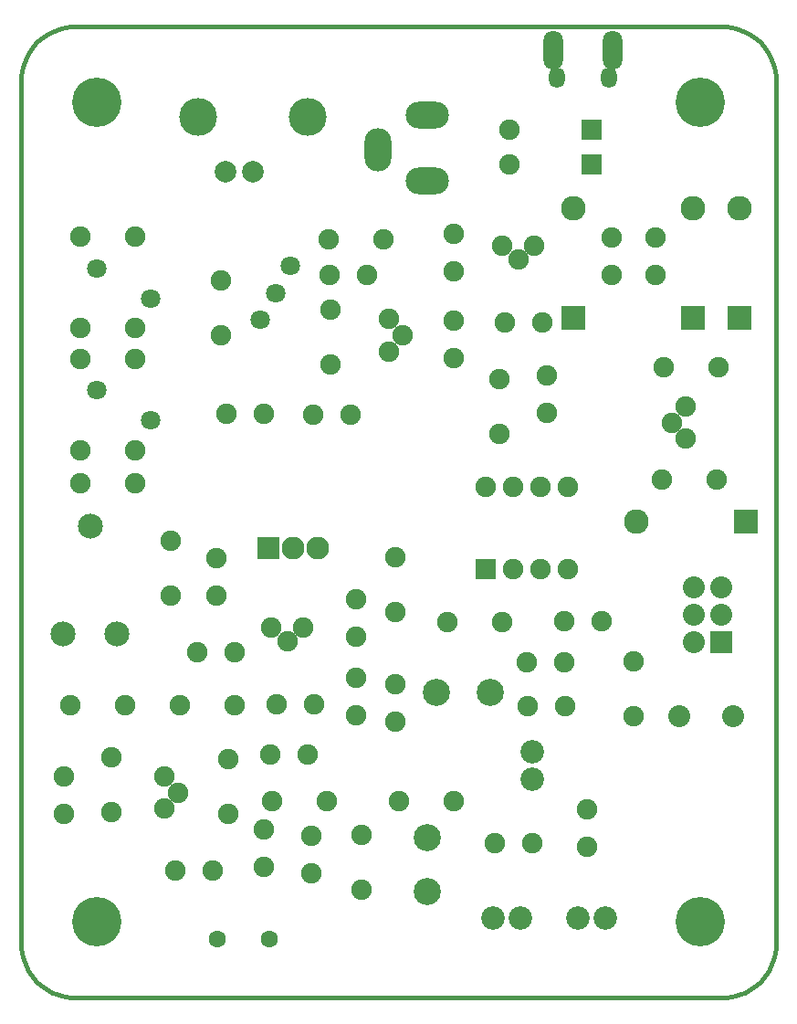
<source format=gbs>
G04 (created by PCBNEW-RS274X (2011-nov-30)-testing) date Thu 02 Feb 2012 12:30:29 PM PST*
G01*
G70*
G90*
%MOIN*%
G04 Gerber Fmt 3.4, Leading zero omitted, Abs format*
%FSLAX34Y34*%
G04 APERTURE LIST*
%ADD10C,0.006000*%
%ADD11C,0.015000*%
%ADD12C,0.075000*%
%ADD13R,0.075000X0.075000*%
%ADD14C,0.090000*%
%ADD15R,0.090000X0.090000*%
%ADD16R,0.080000X0.080000*%
%ADD17C,0.080000*%
%ADD18C,0.180000*%
%ADD19C,0.138100*%
%ADD20C,0.079100*%
%ADD21C,0.071200*%
%ADD22C,0.075100*%
%ADD23C,0.083000*%
%ADD24R,0.083000X0.083000*%
%ADD25C,0.090900*%
%ADD26C,0.063300*%
%ADD27C,0.098700*%
%ADD28C,0.086000*%
%ADD29O,0.071200X0.144000*%
%ADD30O,0.059400X0.075100*%
%ADD31O,0.157800X0.098700*%
%ADD32O,0.098700X0.157800*%
G04 APERTURE END LIST*
G54D10*
G54D11*
X45276Y-55118D02*
X45447Y-55110D01*
X45617Y-55088D01*
X45785Y-55050D01*
X45949Y-54999D01*
X46107Y-54933D01*
X46260Y-54854D01*
X46404Y-54762D01*
X46541Y-54657D01*
X46667Y-54541D01*
X46783Y-54415D01*
X46888Y-54278D01*
X46980Y-54133D01*
X47059Y-53981D01*
X47125Y-53823D01*
X47176Y-53659D01*
X47214Y-53491D01*
X47236Y-53321D01*
X47244Y-53150D01*
X19686Y-53150D02*
X19694Y-53321D01*
X19716Y-53491D01*
X19754Y-53659D01*
X19805Y-53823D01*
X19871Y-53981D01*
X19950Y-54133D01*
X20042Y-54278D01*
X20147Y-54415D01*
X20263Y-54541D01*
X20389Y-54657D01*
X20526Y-54762D01*
X20671Y-54854D01*
X20823Y-54933D01*
X20981Y-54999D01*
X21145Y-55050D01*
X21313Y-55088D01*
X21483Y-55110D01*
X21654Y-55118D01*
X21654Y-19685D02*
X21483Y-19693D01*
X21313Y-19715D01*
X21145Y-19753D01*
X20981Y-19804D01*
X20822Y-19870D01*
X20670Y-19949D01*
X20525Y-20042D01*
X20389Y-20146D01*
X20262Y-20262D01*
X20146Y-20389D01*
X20042Y-20525D01*
X19949Y-20670D01*
X19870Y-20822D01*
X19804Y-20981D01*
X19753Y-21145D01*
X19715Y-21313D01*
X19693Y-21483D01*
X19685Y-21654D01*
X47245Y-21654D02*
X47237Y-21483D01*
X47215Y-21313D01*
X47177Y-21145D01*
X47126Y-20981D01*
X47060Y-20822D01*
X46981Y-20670D01*
X46888Y-20525D01*
X46784Y-20389D01*
X46668Y-20262D01*
X46541Y-20146D01*
X46405Y-20042D01*
X46260Y-19949D01*
X46108Y-19870D01*
X45949Y-19804D01*
X45785Y-19753D01*
X45617Y-19715D01*
X45447Y-19693D01*
X45276Y-19685D01*
X21654Y-19685D02*
X45276Y-19685D01*
X47244Y-53150D02*
X47244Y-21654D01*
X21654Y-55118D02*
X45276Y-55118D01*
X19685Y-21654D02*
X19685Y-53150D01*
G54D12*
X37353Y-30473D03*
X38720Y-30473D03*
X35472Y-27236D03*
X35472Y-28603D03*
X35472Y-30425D03*
X35472Y-31792D03*
X31929Y-44812D03*
X31929Y-43445D03*
X29007Y-44409D03*
X30374Y-44409D03*
X31929Y-40582D03*
X31929Y-41949D03*
X33347Y-43693D03*
X33347Y-45060D03*
X25306Y-50472D03*
X26673Y-50472D03*
X40354Y-48259D03*
X40354Y-49626D03*
X32331Y-28741D03*
X30964Y-28741D03*
X26133Y-42520D03*
X27500Y-42520D03*
X26811Y-39086D03*
X26811Y-40453D03*
X30346Y-33858D03*
X31713Y-33858D03*
X27196Y-33819D03*
X28563Y-33819D03*
X30166Y-46260D03*
X28799Y-46260D03*
X21260Y-47039D03*
X21260Y-48406D03*
X30276Y-49204D03*
X30276Y-50571D03*
X38355Y-49488D03*
X36988Y-49488D03*
X40875Y-41378D03*
X39508Y-41378D03*
X38141Y-42874D03*
X39508Y-42874D03*
X39536Y-44488D03*
X38169Y-44488D03*
X41260Y-27393D03*
X41260Y-28760D03*
X42835Y-27393D03*
X42835Y-28760D03*
X28543Y-50363D03*
X28543Y-48996D03*
X38898Y-33788D03*
X38898Y-32421D03*
G54D13*
X36650Y-39492D03*
G54D12*
X37650Y-39492D03*
X38650Y-39492D03*
X39650Y-39492D03*
X39650Y-36492D03*
X38650Y-36492D03*
X37650Y-36492D03*
X36650Y-36492D03*
G54D14*
X42134Y-37756D03*
G54D15*
X46134Y-37756D03*
G54D14*
X45905Y-26306D03*
G54D15*
X45905Y-30306D03*
G54D14*
X44212Y-26306D03*
G54D15*
X44212Y-30306D03*
G54D14*
X39843Y-26307D03*
G54D15*
X39843Y-30307D03*
G54D13*
X40516Y-23465D03*
G54D12*
X37516Y-23465D03*
G54D13*
X40516Y-24724D03*
G54D12*
X37516Y-24724D03*
X23835Y-30669D03*
X21835Y-30669D03*
X43095Y-36220D03*
X45095Y-36220D03*
X43134Y-32126D03*
X45134Y-32126D03*
X37165Y-34543D03*
X37165Y-32543D03*
X37260Y-41417D03*
X35260Y-41417D03*
X33488Y-47953D03*
X35488Y-47953D03*
X32126Y-49197D03*
X32126Y-51197D03*
X42047Y-42858D03*
X42047Y-44858D03*
X27244Y-48402D03*
X27244Y-46402D03*
X22992Y-46362D03*
X22992Y-48362D03*
X33346Y-39039D03*
X33346Y-41039D03*
X21835Y-35157D03*
X23835Y-35157D03*
X28843Y-47953D03*
X30843Y-47953D03*
X23480Y-44449D03*
X21480Y-44449D03*
X30983Y-32024D03*
X30983Y-30024D03*
X23835Y-27362D03*
X21835Y-27362D03*
X21835Y-31811D03*
X23835Y-31811D03*
X23835Y-36339D03*
X21835Y-36339D03*
X26969Y-30961D03*
X26969Y-28961D03*
X30928Y-27442D03*
X32928Y-27442D03*
X25157Y-40449D03*
X25157Y-38449D03*
X27496Y-44449D03*
X25496Y-44449D03*
G54D16*
X45264Y-42142D03*
G54D17*
X44264Y-42142D03*
X45264Y-41142D03*
X44264Y-41142D03*
X45264Y-40142D03*
X44264Y-40142D03*
G54D18*
X22441Y-22441D03*
X44488Y-22441D03*
X22441Y-52362D03*
X44488Y-52362D03*
G54D19*
X26150Y-22980D03*
X30150Y-22980D03*
G54D20*
X28150Y-24980D03*
X27150Y-24980D03*
G54D21*
X22441Y-28504D03*
X24410Y-29606D03*
X24410Y-34055D03*
X22441Y-32953D03*
X29527Y-28425D03*
X28425Y-30394D03*
X28976Y-29410D03*
G54D22*
X43445Y-34134D03*
X43937Y-34725D03*
X43937Y-33543D03*
X37834Y-28170D03*
X38425Y-27678D03*
X37243Y-27678D03*
X25413Y-47638D03*
X24921Y-47047D03*
X24921Y-48229D03*
X33601Y-30946D03*
X33109Y-30355D03*
X33109Y-31537D03*
X29409Y-42106D03*
X30000Y-41614D03*
X28818Y-41614D03*
G54D23*
X29606Y-38701D03*
X30504Y-38701D03*
G54D24*
X28708Y-38701D03*
G54D25*
X21221Y-41851D03*
X23189Y-41851D03*
X22205Y-37913D03*
G54D26*
X28740Y-52992D03*
X26850Y-52992D03*
G54D27*
X36811Y-43976D03*
X34843Y-43976D03*
X34528Y-51260D03*
X34528Y-49292D03*
G54D28*
X36902Y-52205D03*
X37902Y-52205D03*
X38346Y-47154D03*
X38346Y-46154D03*
X40012Y-52205D03*
X41012Y-52205D03*
G54D29*
X39124Y-20541D03*
X41270Y-20541D03*
G54D30*
X39242Y-21547D03*
X41152Y-21547D03*
G54D17*
X43721Y-44862D03*
X45689Y-44862D03*
G54D31*
X34528Y-22913D03*
X34528Y-25315D03*
G54D32*
X32717Y-24173D03*
M02*

</source>
